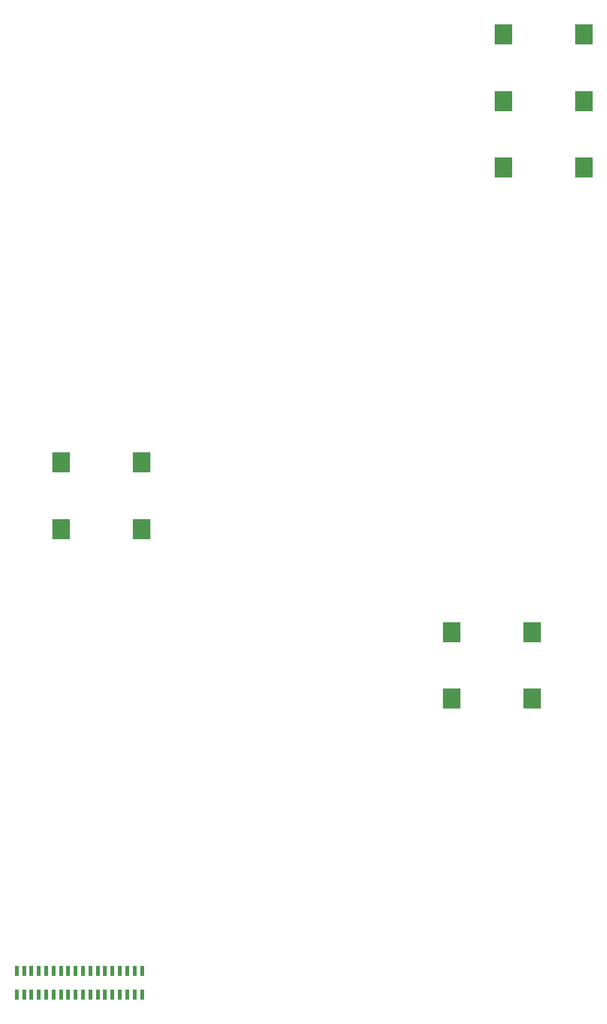
<source format=gbr>
G04 GENERATED BY PULSONIX 11.0 GERBER.DLL 8466*
G04 #@! TF.GenerationSoftware,Pulsonix,Pulsonix,11.0.8467*
G04 #@! TF.CreationDate,2021-12-19T21:00:55+00:00*
G04 #@! TF.Part,Single*
%FSLAX24Y24*%
%LPD*%
%MOIN*%
G04 #@! TF.FileFunction,Paste,Bot*
G04 #@! TF.FilePolarity,Positive*
G04 #@! TA.AperFunction,SMDPad,CuDef*
%ADD91R,0.0945X0.1102*%
%ADD96R,0.0240X0.0539*%
G04 #@! TD.AperFunction*
X0Y0D02*
D02*
D91*
X52579Y37402D03*
Y40945D03*
X56870Y37402D03*
Y40945D03*
X73445Y28347D03*
Y31890D03*
X76201Y56693D03*
Y60236D03*
Y63780D03*
X77736Y28347D03*
Y31890D03*
X80492Y56693D03*
Y60236D03*
Y63780D03*
D02*
D96*
X50197Y12559D03*
Y13819D03*
X50591Y12559D03*
Y13819D03*
X50984Y12559D03*
Y13819D03*
X51378Y12559D03*
Y13819D03*
X51772Y12559D03*
Y13819D03*
X52166Y12559D03*
Y13819D03*
X52559Y12559D03*
Y13819D03*
X52953Y12559D03*
Y13819D03*
X53347Y12559D03*
Y13819D03*
X53740Y12559D03*
Y13819D03*
X54134Y12559D03*
Y13819D03*
X54528Y12559D03*
Y13819D03*
X54921Y12559D03*
Y13819D03*
X55315Y12559D03*
Y13819D03*
X55709Y12559D03*
Y13819D03*
X56103Y12559D03*
Y13819D03*
X56496Y12559D03*
Y13819D03*
X56890Y12559D03*
Y13819D03*
X0Y0D02*
M02*

</source>
